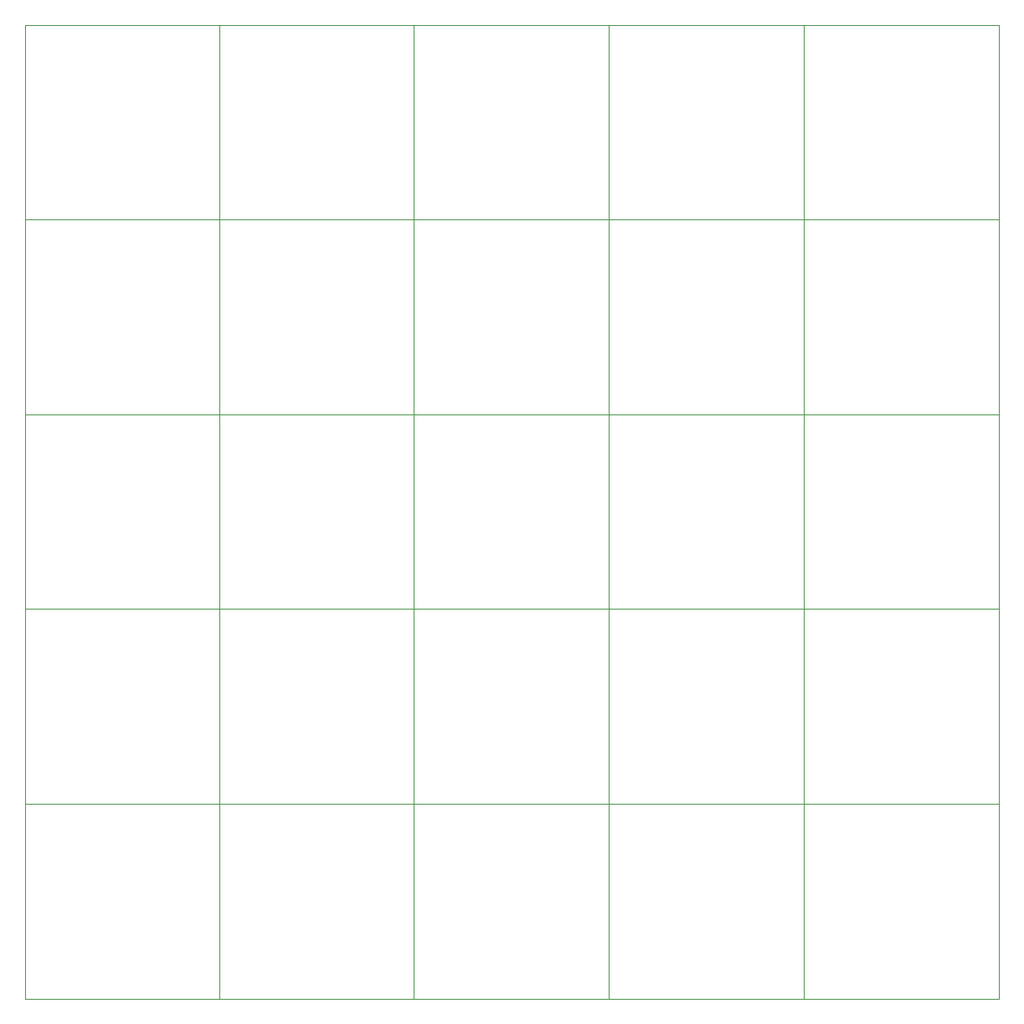
<source format=gbr>
%TF.GenerationSoftware,KiCad,Pcbnew,7.0.9-7.0.9~ubuntu22.04.1*%
%TF.CreationDate,2023-12-17T21:38:24+01:00*%
%TF.ProjectId,StarPCB_panelized,53746172-5043-4425-9f70-616e656c697a,rev?*%
%TF.SameCoordinates,Original*%
%TF.FileFunction,Profile,NP*%
%FSLAX46Y46*%
G04 Gerber Fmt 4.6, Leading zero omitted, Abs format (unit mm)*
G04 Created by KiCad (PCBNEW 7.0.9-7.0.9~ubuntu22.04.1) date 2023-12-17 21:38:24*
%MOMM*%
%LPD*%
G01*
G04 APERTURE LIST*
%TA.AperFunction,Profile*%
%ADD10C,0.100000*%
%TD*%
G04 APERTURE END LIST*
D10*
X190214000Y-61900000D02*
X190214000Y-160400000D01*
X111464000Y-81550000D02*
X209964000Y-81550000D01*
X111464000Y-140650000D02*
X209964000Y-140650000D01*
X111464000Y-61900000D02*
X209964000Y-61900000D01*
X131114000Y-61900000D02*
X131114000Y-160400000D01*
X209964000Y-61900000D02*
X209964000Y-160400000D01*
X170514000Y-61900000D02*
X170514000Y-160400000D01*
X111464000Y-120950000D02*
X209964000Y-120950000D01*
X111464000Y-101250000D02*
X209964000Y-101250000D01*
X150814000Y-61900000D02*
X150814000Y-160400000D01*
X111464000Y-160400000D02*
X111464000Y-61900000D01*
X209964000Y-160400000D02*
X111464000Y-160400000D01*
M02*

</source>
